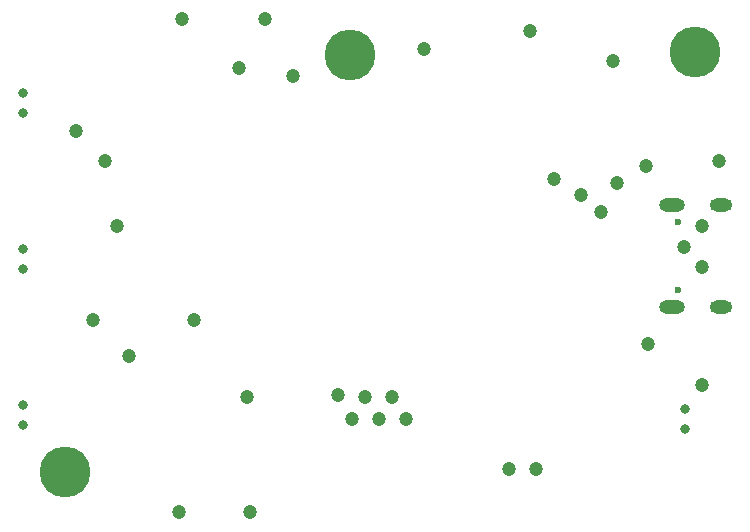
<source format=gbr>
%TF.GenerationSoftware,KiCad,Pcbnew,7.0.9*%
%TF.CreationDate,2024-10-08T00:30:49+03:00*%
%TF.ProjectId,DRM_Watch_V3,44524d5f-5761-4746-9368-5f56332e6b69,rev?*%
%TF.SameCoordinates,Original*%
%TF.FileFunction,Soldermask,Bot*%
%TF.FilePolarity,Negative*%
%FSLAX46Y46*%
G04 Gerber Fmt 4.6, Leading zero omitted, Abs format (unit mm)*
G04 Created by KiCad (PCBNEW 7.0.9) date 2024-10-08 00:30:49*
%MOMM*%
%LPD*%
G01*
G04 APERTURE LIST*
%ADD10C,4.300000*%
%ADD11C,0.800000*%
%ADD12C,0.600000*%
%ADD13O,2.204000X1.104000*%
%ADD14O,1.904000X1.104000*%
%ADD15C,1.200000*%
G04 APERTURE END LIST*
D10*
%TO.C,M2*%
X124460000Y-47752000D03*
%TD*%
D11*
%TO.C,S2*%
X67518000Y-64428000D03*
X67518000Y-66128000D03*
%TD*%
%TO.C,S1*%
X67518000Y-51220000D03*
X67518000Y-52920000D03*
%TD*%
%TO.C,S4*%
X67518000Y-77636000D03*
X67518000Y-79336000D03*
%TD*%
D10*
%TO.C,M3*%
X95250000Y-48006000D03*
%TD*%
D11*
%TO.C,S3*%
X123637000Y-79678000D03*
X123637000Y-77978000D03*
%TD*%
D10*
%TO.C,M1*%
X71120000Y-83312000D03*
%TD*%
D12*
%TO.C,J1*%
X122990000Y-67921000D03*
X122990000Y-62141000D03*
D13*
X122500000Y-69356000D03*
X122500000Y-60706000D03*
D14*
X126670000Y-69356000D03*
X126670000Y-60706000D03*
%TD*%
D15*
%TO.C,TP15*%
X96520000Y-76962000D03*
%TD*%
%TO.C,TP38*%
X86500000Y-77000000D03*
%TD*%
%TO.C,TP9*%
X85852000Y-49149000D03*
%TD*%
%TO.C,TP24*%
X123500000Y-64262000D03*
%TD*%
%TO.C,TP5*%
X82000000Y-70500000D03*
%TD*%
%TO.C,TP16*%
X97663000Y-78867000D03*
%TD*%
%TO.C,TP20*%
X76500000Y-73500000D03*
%TD*%
%TO.C,TP12*%
X126500000Y-57000000D03*
%TD*%
%TO.C,TP11*%
X88000000Y-45000000D03*
%TD*%
%TO.C,TP30*%
X110998000Y-83058000D03*
%TD*%
%TO.C,TP37*%
X114821319Y-59885182D03*
%TD*%
%TO.C,TP14*%
X95377000Y-78867000D03*
%TD*%
%TO.C,TP34*%
X120321319Y-57385182D03*
%TD*%
%TO.C,TP1*%
X101500000Y-47500000D03*
%TD*%
%TO.C,TP7*%
X125000000Y-62500000D03*
%TD*%
%TO.C,TP31*%
X116483332Y-61350058D03*
%TD*%
%TO.C,TP4*%
X75500000Y-62500000D03*
%TD*%
%TO.C,TP19*%
X74500000Y-57000000D03*
%TD*%
%TO.C,TP29*%
X108712000Y-83058000D03*
%TD*%
%TO.C,TP6*%
X110500000Y-46000000D03*
%TD*%
%TO.C,TP2*%
X90424000Y-49784000D03*
%TD*%
%TO.C,TP26*%
X86741000Y-86741000D03*
%TD*%
%TO.C,TP32*%
X80772000Y-86741000D03*
%TD*%
%TO.C,TP13*%
X94234000Y-76835000D03*
%TD*%
%TO.C,TP22*%
X112500000Y-58500000D03*
%TD*%
%TO.C,TP25*%
X125000000Y-66000000D03*
%TD*%
%TO.C,TP23*%
X81000000Y-45000000D03*
%TD*%
%TO.C,TP33*%
X117821319Y-58885182D03*
%TD*%
%TO.C,TP17*%
X99949000Y-78867000D03*
%TD*%
%TO.C,TP42*%
X120500000Y-72500000D03*
%TD*%
%TO.C,TP3*%
X72000000Y-54500000D03*
%TD*%
%TO.C,TP18*%
X98806000Y-76962000D03*
%TD*%
%TO.C,TP21*%
X73500000Y-70500000D03*
%TD*%
%TO.C,TP35*%
X117500000Y-48500000D03*
%TD*%
%TO.C,TP10*%
X125000000Y-76000000D03*
%TD*%
M02*

</source>
